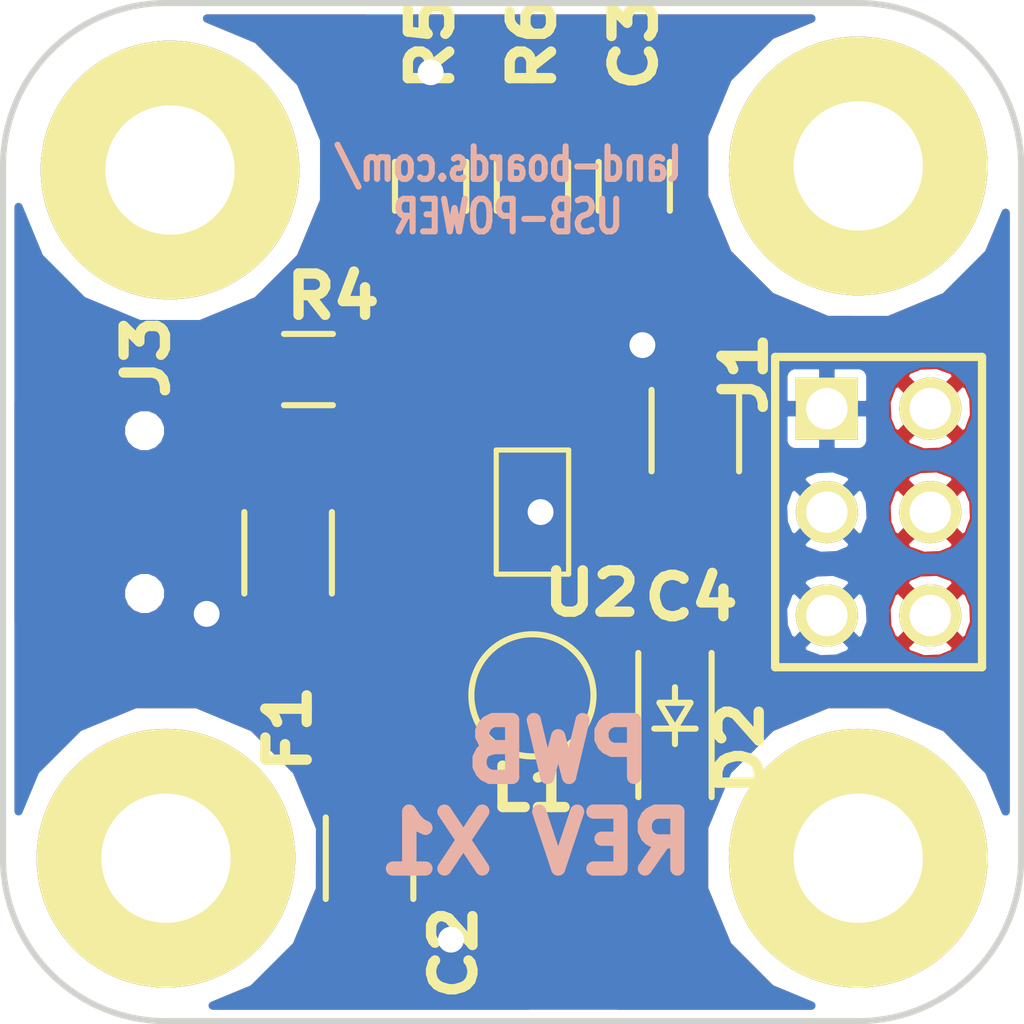
<source format=kicad_pcb>
(kicad_pcb (version 4) (host pcbnew "(after 2015-mar-04 BZR unknown)-product")

  (general
    (links 24)
    (no_connects 0)
    (area -6.700428 -2.858 25.869543 25.075001)
    (thickness 1.6)
    (drawings 10)
    (tracks 27)
    (zones 0)
    (modules 16)
    (nets 8)
  )

  (page A)
  (title_block
    (title "One Wire Data Logger")
    (rev X1)
  )

  (layers
    (0 F.Cu signal)
    (31 B.Cu signal)
    (36 B.SilkS user)
    (37 F.SilkS user)
    (38 B.Mask user)
    (39 F.Mask user)
    (40 Dwgs.User user)
    (44 Edge.Cuts user)
  )

  (setup
    (last_trace_width 0.254)
    (user_trace_width 0.2032)
    (user_trace_width 0.635)
    (trace_clearance 0.254)
    (zone_clearance 0.2032)
    (zone_45_only no)
    (trace_min 0.1524)
    (segment_width 0.2)
    (edge_width 0.15)
    (via_size 0.889)
    (via_drill 0.635)
    (via_min_size 0.889)
    (via_min_drill 0.508)
    (uvia_size 0.508)
    (uvia_drill 0.127)
    (uvias_allowed no)
    (uvia_min_size 0.508)
    (uvia_min_drill 0.127)
    (pcb_text_width 0.3)
    (pcb_text_size 1 1)
    (mod_edge_width 0.15)
    (mod_text_size 1.143 1.016)
    (mod_text_width 0.254)
    (pad_size 6.35 6.35)
    (pad_drill 3.175)
    (pad_to_mask_clearance 0.1016)
    (aux_axis_origin 0 0)
    (visible_elements 7FFFFF5F)
    (pcbplotparams
      (layerselection 0x010f0_80000001)
      (usegerberextensions true)
      (excludeedgelayer true)
      (linewidth 0.150000)
      (plotframeref false)
      (viasonmask false)
      (mode 1)
      (useauxorigin false)
      (hpglpennumber 1)
      (hpglpenspeed 20)
      (hpglpendiameter 15)
      (hpglpenoverlay 2)
      (psnegative false)
      (psa4output false)
      (plotreference true)
      (plotvalue true)
      (plotinvisibletext false)
      (padsonsilk false)
      (subtractmaskfromsilk false)
      (outputformat 1)
      (mirror false)
      (drillshape 0)
      (scaleselection 1)
      (outputdirectory plots/))
  )

  (net 0 "")
  (net 1 "/5V Power Supply/+5VOUT")
  (net 2 GND)
  (net 3 "Net-(C3-Pad1)")
  (net 4 "Net-(F1-Pad1)")
  (net 5 "/5V Power Supply/VFB")
  (net 6 /USB/+5VUSB)
  (net 7 "Net-(R4-Pad2)")

  (net_class Default "This is the default net class."
    (clearance 0.254)
    (trace_width 0.254)
    (via_dia 0.889)
    (via_drill 0.635)
    (uvia_dia 0.508)
    (uvia_drill 0.127)
    (add_net "/5V Power Supply/+5VOUT")
    (add_net "/5V Power Supply/VFB")
    (add_net /USB/+5VUSB)
    (add_net GND)
    (add_net "Net-(C3-Pad1)")
    (add_net "Net-(F1-Pad1)")
    (add_net "Net-(R4-Pad2)")
  )

  (module DougsNewMods:USB_Micro-B-Wellco-SMT (layer F.Cu) (tedit 56C3876F) (tstamp 567EE9F4)
    (at 4 12.5 270)
    (descr "Micro USB Type B Receptacle")
    (tags "USB USB_B USB_micro USB_OTG")
    (path /53C9C2FF/567EEACC)
    (clearance 0.1524)
    (attr smd)
    (fp_text reference J3 (at -3.808 0.481 270) (layer F.SilkS)
      (effects (font (size 1.016 1.143) (thickness 0.254)))
    )
    (fp_text value USB-MICRO-B (at 0 4.8 270) (layer Dwgs.User) hide
      (effects (font (size 1 1) (thickness 0.15)))
    )
    (pad 1 smd rect (at -1.3 -0.4 270) (size 0.4 1.8) (layers F.Cu F.Mask)
      (net 4 "Net-(F1-Pad1)"))
    (pad 2 smd rect (at -0.65 -0.4 270) (size 0.4 1.8) (layers F.Cu F.Mask))
    (pad 3 smd rect (at 0 -0.4 270) (size 0.4 1.8) (layers F.Cu F.Mask))
    (pad 4 smd rect (at 0.65 -0.4 270) (size 0.4 1.8) (layers F.Cu F.Mask))
    (pad 5 smd rect (at 1.3 -0.4 270) (size 0.4 1.8) (layers F.Cu F.Mask)
      (net 2 GND))
    (pad "" np_thru_hole circle (at -2 0.525) (size 0.55 0.55) (drill 0.55) (layers *.Cu *.Mask F.SilkS))
    (pad "" np_thru_hole circle (at 2 0.525) (size 0.55 0.55) (drill oval 0.55) (layers *.Cu *.Mask F.SilkS))
    (pad 7 smd rect (at -3.95 2.625) (size 1.9 1.9) (layers F.Cu F.Mask))
    (pad 6 smd rect (at 3.95 2.625) (size 1.9 1.9) (layers F.Cu F.Mask))
  )

  (module SOT23-5 (layer F.Cu) (tedit 567F338E) (tstamp 517EB80B)
    (at 13 12.5 90)
    (path /517C5DAF/517C7898)
    (attr smd)
    (fp_text reference U2 (at -1.989 1.453 180) (layer F.SilkS)
      (effects (font (size 1.016 1.143) (thickness 0.254)))
    )
    (fp_text value LMR62014 (at 0 0 90) (layer F.SilkS) hide
      (effects (font (size 0.635 0.635) (thickness 0.127)))
    )
    (fp_line (start 1.524 -0.889) (end 1.524 0.889) (layer F.SilkS) (width 0.127))
    (fp_line (start 1.524 0.889) (end -1.524 0.889) (layer F.SilkS) (width 0.127))
    (fp_line (start -1.524 0.889) (end -1.524 -0.889) (layer F.SilkS) (width 0.127))
    (fp_line (start -1.524 -0.889) (end 1.524 -0.889) (layer F.SilkS) (width 0.127))
    (pad 1 smd rect (at -0.9525 1.27 90) (size 0.508 0.762) (layers F.Cu F.Mask)
      (net 5 "/5V Power Supply/VFB"))
    (pad 3 smd rect (at 0.9525 1.27 90) (size 0.508 0.762) (layers F.Cu F.Mask)
      (net 3 "Net-(C3-Pad1)"))
    (pad 5 smd rect (at -0.9525 -1.27 90) (size 0.508 0.762) (layers F.Cu F.Mask)
      (net 6 /USB/+5VUSB))
    (pad 2 smd rect (at 0 1.27 90) (size 0.508 0.762) (layers F.Cu F.Mask)
      (net 2 GND))
    (pad 4 smd rect (at 0.9525 -1.27 90) (size 0.508 0.762) (layers F.Cu F.Mask)
      (net 7 "Net-(R4-Pad2)"))
    (model smd/SOT23_5.wrl
      (at (xyz 0 0 0))
      (scale (xyz 0.1 0.1 0.1))
      (rotate (xyz 0 0 0))
    )
  )

  (module MTG-4-40 (layer F.Cu) (tedit 540CB4BD) (tstamp 540CB231)
    (at 4 4)
    (path /51830500)
    (fp_text reference MTG1 (at -6.858 -0.635) (layer F.SilkS) hide
      (effects (font (size 1.016 1.143) (thickness 0.254)))
    )
    (fp_text value CONN_1 (at 0 -5.08) (layer F.SilkS) hide
      (effects (font (thickness 0.3048)))
    )
    (pad 1 thru_hole circle (at 0.1 0.1) (size 6.35 6.35) (drill 3.175) (layers *.Cu *.Mask F.SilkS)
      (clearance 0.508))
  )

  (module MTG-4-40 (layer F.Cu) (tedit 56C38F4E) (tstamp 517C7754)
    (at 4 21)
    (path /5183051E)
    (fp_text reference MTG3 (at -6.858 -0.635) (layer F.SilkS) hide
      (effects (font (size 1.016 1.143) (thickness 0.254)))
    )
    (fp_text value CONN_1 (at 0 -5.08) (layer F.SilkS) hide
      (effects (font (thickness 0.3048)))
    )
    (pad 1 thru_hole circle (at 0 0) (size 6.35 6.35) (drill 3.175) (layers *.Cu *.Mask F.SilkS)
      (clearance 0.508))
  )

  (module MTG-4-40 (layer F.Cu) (tedit 56C38951) (tstamp 53C9C386)
    (at 21 21)
    (path /5183050F)
    (fp_text reference MTG2 (at -6.858 -0.635) (layer F.SilkS) hide
      (effects (font (size 1.016 1.143) (thickness 0.254)))
    )
    (fp_text value CONN_1 (at 0 -5.08) (layer F.SilkS) hide
      (effects (font (thickness 0.3048)))
    )
    (pad 1 thru_hole circle (at 0 0) (size 6.35 6.35) (drill 3.175) (layers *.Cu *.Mask F.SilkS)
      (clearance 0.508))
  )

  (module MTG-4-40 (layer F.Cu) (tedit 56C38F1D) (tstamp 53C9C38B)
    (at 21 4)
    (path /5183052D)
    (fp_text reference MTG4 (at -6.858 -0.635) (layer F.SilkS) hide
      (effects (font (size 1.016 1.143) (thickness 0.254)))
    )
    (fp_text value CONN_1 (at 0 -5.08) (layer F.SilkS) hide
      (effects (font (thickness 0.3048)))
    )
    (pad 1 thru_hole circle (at 0 0) (size 6.35 6.35) (drill 3.175) (layers *.Cu *.Mask F.SilkS)
      (clearance 0.508))
  )

  (module PIN_ARRAY_3X2 (layer F.Cu) (tedit 56C38D91) (tstamp 53EF7D4F)
    (at 21.5 12.5 270)
    (descr "Double rangee de contacts 2 x 4 pins")
    (tags CONN)
    (path /54A94CB7)
    (fp_text reference J1 (at -3.4 3.3 450) (layer F.SilkS)
      (effects (font (size 1.016 1.143) (thickness 0.254)))
    )
    (fp_text value CONN_3X2 (at 0 3.81 270) (layer F.SilkS) hide
      (effects (font (size 1.016 1.016) (thickness 0.2032)))
    )
    (fp_line (start 3.81 2.54) (end -3.81 2.54) (layer F.SilkS) (width 0.2032))
    (fp_line (start -3.81 -2.54) (end 3.81 -2.54) (layer F.SilkS) (width 0.2032))
    (fp_line (start 3.81 -2.54) (end 3.81 2.54) (layer F.SilkS) (width 0.2032))
    (fp_line (start -3.81 2.54) (end -3.81 -2.54) (layer F.SilkS) (width 0.2032))
    (pad 1 thru_hole rect (at -2.54 1.27 270) (size 1.524 1.524) (drill 1.016) (layers *.Cu *.Mask F.SilkS)
      (net 2 GND))
    (pad 2 thru_hole circle (at -2.54 -1.27 270) (size 1.524 1.524) (drill 1.016) (layers *.Cu *.Mask F.SilkS)
      (net 1 "/5V Power Supply/+5VOUT"))
    (pad 3 thru_hole circle (at 0 1.27 270) (size 1.524 1.524) (drill 1.016) (layers *.Cu *.Mask F.SilkS)
      (net 2 GND))
    (pad 4 thru_hole circle (at 0 -1.27 270) (size 1.524 1.524) (drill 1.016) (layers *.Cu *.Mask F.SilkS)
      (net 1 "/5V Power Supply/+5VOUT"))
    (pad 5 thru_hole circle (at 2.54 1.27 270) (size 1.524 1.524) (drill 1.016) (layers *.Cu *.Mask F.SilkS)
      (net 2 GND))
    (pad 6 thru_hole circle (at 2.54 -1.27 270) (size 1.524 1.524) (drill 1.016) (layers *.Cu *.Mask F.SilkS)
      (net 1 "/5V Power Supply/+5VOUT"))
    (model pin_array/pins_array_3x2.wrl
      (at (xyz 0 0 0))
      (scale (xyz 1 1 1))
      (rotate (xyz 0 0 0))
    )
  )

  (module Resistors_SMD:R_1206_HandSoldering (layer F.Cu) (tedit 56C38AEB) (tstamp 567D9277)
    (at 9 21 270)
    (descr "Resistor SMD 1206, hand soldering")
    (tags "resistor 1206")
    (path /517C5DAF/517C78BC)
    (attr smd)
    (fp_text reference C2 (at 2.32 -2.07 450) (layer F.SilkS)
      (effects (font (size 1.016 1.143) (thickness 0.254)))
    )
    (fp_text value 4.7uF (at 0 2.3 270) (layer F.SilkS) hide
      (effects (font (size 1 1) (thickness 0.15)))
    )
    (fp_line (start -3.3 -1.2) (end 3.3 -1.2) (layer F.CrtYd) (width 0.05))
    (fp_line (start -3.3 1.2) (end 3.3 1.2) (layer F.CrtYd) (width 0.05))
    (fp_line (start -3.3 -1.2) (end -3.3 1.2) (layer F.CrtYd) (width 0.05))
    (fp_line (start 3.3 -1.2) (end 3.3 1.2) (layer F.CrtYd) (width 0.05))
    (fp_line (start 1 1.075) (end -1 1.075) (layer F.SilkS) (width 0.15))
    (fp_line (start -1 -1.075) (end 1 -1.075) (layer F.SilkS) (width 0.15))
    (pad 1 smd rect (at -2 0 270) (size 2 1.7) (layers F.Cu F.Mask)
      (net 6 /USB/+5VUSB))
    (pad 2 smd rect (at 2 0 270) (size 2 1.7) (layers F.Cu F.Mask)
      (net 2 GND))
    (model Resistors_SMD.3dshapes/R_1206_HandSoldering.wrl
      (at (xyz 0 0 0))
      (scale (xyz 1 1 1))
      (rotate (xyz 0 0 0))
    )
  )

  (module Resistors_SMD:R_1206_HandSoldering (layer F.Cu) (tedit 56C38D5A) (tstamp 567D9278)
    (at 17 10.5 90)
    (descr "Resistor SMD 1206, hand soldering")
    (tags "resistor 1206")
    (path /517C5DAF/517C7D72)
    (attr smd)
    (fp_text reference C4 (at -4.1 -0.1 180) (layer F.SilkS)
      (effects (font (size 1.016 1.143) (thickness 0.254)))
    )
    (fp_text value 4.7uF (at 0 2.3 90) (layer F.SilkS) hide
      (effects (font (size 1 1) (thickness 0.15)))
    )
    (fp_line (start -3.3 -1.2) (end 3.3 -1.2) (layer F.CrtYd) (width 0.05))
    (fp_line (start -3.3 1.2) (end 3.3 1.2) (layer F.CrtYd) (width 0.05))
    (fp_line (start -3.3 -1.2) (end -3.3 1.2) (layer F.CrtYd) (width 0.05))
    (fp_line (start 3.3 -1.2) (end 3.3 1.2) (layer F.CrtYd) (width 0.05))
    (fp_line (start 1 1.075) (end -1 1.075) (layer F.SilkS) (width 0.15))
    (fp_line (start -1 -1.075) (end 1 -1.075) (layer F.SilkS) (width 0.15))
    (pad 1 smd rect (at -2 0 90) (size 2 1.7) (layers F.Cu F.Mask)
      (net 1 "/5V Power Supply/+5VOUT"))
    (pad 2 smd rect (at 2 0 90) (size 2 1.7) (layers F.Cu F.Mask)
      (net 2 GND))
    (model Resistors_SMD.3dshapes/R_1206_HandSoldering.wrl
      (at (xyz 0 0 0))
      (scale (xyz 1 1 1))
      (rotate (xyz 0 0 0))
    )
  )

  (module Resistors_SMD:R_0805_HandSoldering (layer F.Cu) (tedit 56C38C72) (tstamp 567D9283)
    (at 15.5 4.5 90)
    (descr "Resistor SMD 0805, hand soldering")
    (tags "resistor 0805")
    (path /517C5DAF/517C7F11)
    (attr smd)
    (fp_text reference C3 (at 3.5 0 270) (layer F.SilkS)
      (effects (font (size 1.016 1.143) (thickness 0.254)))
    )
    (fp_text value 680pF (at 0 2.1 90) (layer F.SilkS) hide
      (effects (font (size 1 1) (thickness 0.15)))
    )
    (fp_line (start -2.4 -1) (end 2.4 -1) (layer F.CrtYd) (width 0.05))
    (fp_line (start -2.4 1) (end 2.4 1) (layer F.CrtYd) (width 0.05))
    (fp_line (start -2.4 -1) (end -2.4 1) (layer F.CrtYd) (width 0.05))
    (fp_line (start 2.4 -1) (end 2.4 1) (layer F.CrtYd) (width 0.05))
    (fp_line (start 0.6 0.875) (end -0.6 0.875) (layer F.SilkS) (width 0.15))
    (fp_line (start -0.6 -0.875) (end 0.6 -0.875) (layer F.SilkS) (width 0.15))
    (pad 1 smd rect (at -1.35 0 90) (size 1.5 1.3) (layers F.Cu F.Mask)
      (net 3 "Net-(C3-Pad1)"))
    (pad 2 smd rect (at 1.35 0 90) (size 1.5 1.3) (layers F.Cu F.Mask)
      (net 1 "/5V Power Supply/+5VOUT"))
    (model Resistors_SMD.3dshapes/R_0805_HandSoldering.wrl
      (at (xyz 0 0 0))
      (scale (xyz 1 1 1))
      (rotate (xyz 0 0 0))
    )
  )

  (module Resistors_SMD:R_0805_HandSoldering (layer F.Cu) (tedit 56C38B4A) (tstamp 567D928E)
    (at 7.5 9)
    (descr "Resistor SMD 0805, hand soldering")
    (tags "resistor 0805")
    (path /517C5DAF/517C78A7)
    (attr smd)
    (fp_text reference R4 (at 0.6 -1.8 180) (layer F.SilkS)
      (effects (font (size 1.016 1.143) (thickness 0.254)))
    )
    (fp_text value 1M (at 0 2.1) (layer F.SilkS) hide
      (effects (font (size 1 1) (thickness 0.15)))
    )
    (fp_line (start -2.4 -1) (end 2.4 -1) (layer F.CrtYd) (width 0.05))
    (fp_line (start -2.4 1) (end 2.4 1) (layer F.CrtYd) (width 0.05))
    (fp_line (start -2.4 -1) (end -2.4 1) (layer F.CrtYd) (width 0.05))
    (fp_line (start 2.4 -1) (end 2.4 1) (layer F.CrtYd) (width 0.05))
    (fp_line (start 0.6 0.875) (end -0.6 0.875) (layer F.SilkS) (width 0.15))
    (fp_line (start -0.6 -0.875) (end 0.6 -0.875) (layer F.SilkS) (width 0.15))
    (pad 1 smd rect (at -1.35 0) (size 1.5 1.3) (layers F.Cu F.Mask)
      (net 6 /USB/+5VUSB))
    (pad 2 smd rect (at 1.35 0) (size 1.5 1.3) (layers F.Cu F.Mask)
      (net 7 "Net-(R4-Pad2)"))
    (model Resistors_SMD.3dshapes/R_0805_HandSoldering.wrl
      (at (xyz 0 0 0))
      (scale (xyz 1 1 1))
      (rotate (xyz 0 0 0))
    )
  )

  (module Resistors_SMD:R_0805_HandSoldering (layer F.Cu) (tedit 56C38C69) (tstamp 567D9299)
    (at 10.5 4.5 90)
    (descr "Resistor SMD 0805, hand soldering")
    (tags "resistor 0805")
    (path /517C5DAF/517C7E46)
    (attr smd)
    (fp_text reference R5 (at 3.5 0 90) (layer F.SilkS)
      (effects (font (size 1.016 1.143) (thickness 0.254)))
    )
    (fp_text value 1K (at 0 2.1 90) (layer F.SilkS) hide
      (effects (font (size 1 1) (thickness 0.15)))
    )
    (fp_line (start -2.4 -1) (end 2.4 -1) (layer F.CrtYd) (width 0.05))
    (fp_line (start -2.4 1) (end 2.4 1) (layer F.CrtYd) (width 0.05))
    (fp_line (start -2.4 -1) (end -2.4 1) (layer F.CrtYd) (width 0.05))
    (fp_line (start 2.4 -1) (end 2.4 1) (layer F.CrtYd) (width 0.05))
    (fp_line (start 0.6 0.875) (end -0.6 0.875) (layer F.SilkS) (width 0.15))
    (fp_line (start -0.6 -0.875) (end 0.6 -0.875) (layer F.SilkS) (width 0.15))
    (pad 1 smd rect (at -1.35 0 90) (size 1.5 1.3) (layers F.Cu F.Mask)
      (net 3 "Net-(C3-Pad1)"))
    (pad 2 smd rect (at 1.35 0 90) (size 1.5 1.3) (layers F.Cu F.Mask)
      (net 2 GND))
    (model Resistors_SMD.3dshapes/R_0805_HandSoldering.wrl
      (at (xyz 0 0 0))
      (scale (xyz 1 1 1))
      (rotate (xyz 0 0 0))
    )
  )

  (module Resistors_SMD:R_0805_HandSoldering (layer F.Cu) (tedit 56C38C6C) (tstamp 567D92A4)
    (at 13 4.5 90)
    (descr "Resistor SMD 0805, hand soldering")
    (tags "resistor 0805")
    (path /517C5DAF/517C7E37)
    (attr smd)
    (fp_text reference R6 (at 3.5 0 270) (layer F.SilkS)
      (effects (font (size 1.016 1.143) (thickness 0.254)))
    )
    (fp_text value 3.09K (at 0 2.1 90) (layer F.SilkS) hide
      (effects (font (size 1 1) (thickness 0.15)))
    )
    (fp_line (start -2.4 -1) (end 2.4 -1) (layer F.CrtYd) (width 0.05))
    (fp_line (start -2.4 1) (end 2.4 1) (layer F.CrtYd) (width 0.05))
    (fp_line (start -2.4 -1) (end -2.4 1) (layer F.CrtYd) (width 0.05))
    (fp_line (start 2.4 -1) (end 2.4 1) (layer F.CrtYd) (width 0.05))
    (fp_line (start 0.6 0.875) (end -0.6 0.875) (layer F.SilkS) (width 0.15))
    (fp_line (start -0.6 -0.875) (end 0.6 -0.875) (layer F.SilkS) (width 0.15))
    (pad 1 smd rect (at -1.35 0 90) (size 1.5 1.3) (layers F.Cu F.Mask)
      (net 3 "Net-(C3-Pad1)"))
    (pad 2 smd rect (at 1.35 0 90) (size 1.5 1.3) (layers F.Cu F.Mask)
      (net 1 "/5V Power Supply/+5VOUT"))
    (model Resistors_SMD.3dshapes/R_0805_HandSoldering.wrl
      (at (xyz 0 0 0))
      (scale (xyz 1 1 1))
      (rotate (xyz 0 0 0))
    )
  )

  (module DougsNewMods:SOD-123-FIXED (layer F.Cu) (tedit 56C38B56) (tstamp 567F0A81)
    (at 16.5 17.5 90)
    (descr SOD-123)
    (tags SOD-123)
    (path /517C5DAF/517C7D22)
    (attr smd)
    (fp_text reference D2 (at -0.8 1.6 90) (layer F.SilkS)
      (effects (font (size 1.016 1.143) (thickness 0.254)))
    )
    (fp_text value MBR0520LT1G (at 0 2.1 90) (layer F.SilkS) hide
      (effects (font (size 1 1) (thickness 0.15)))
    )
    (fp_line (start 0.3175 0) (end 0.6985 0) (layer F.SilkS) (width 0.15))
    (fp_line (start -0.6985 0) (end -0.3175 0) (layer F.SilkS) (width 0.15))
    (fp_line (start -0.3175 0) (end 0.3175 -0.381) (layer F.SilkS) (width 0.15))
    (fp_line (start 0.3175 -0.381) (end 0.3175 0.381) (layer F.SilkS) (width 0.15))
    (fp_line (start 0.3175 0.381) (end -0.3175 0) (layer F.SilkS) (width 0.15))
    (fp_line (start -0.3175 -0.508) (end -0.3175 0.508) (layer F.SilkS) (width 0.15))
    (fp_line (start -2.25 -1.05) (end 2.25 -1.05) (layer F.CrtYd) (width 0.05))
    (fp_line (start 2.25 -1.05) (end 2.25 1.05) (layer F.CrtYd) (width 0.05))
    (fp_line (start 2.25 1.05) (end -2.25 1.05) (layer F.CrtYd) (width 0.05))
    (fp_line (start -2.25 -1.05) (end -2.25 1.05) (layer F.CrtYd) (width 0.05))
    (fp_line (start -2 0.9) (end 1.54 0.9) (layer F.SilkS) (width 0.15))
    (fp_line (start -2 -0.9) (end 1.54 -0.9) (layer F.SilkS) (width 0.15))
    (pad 2 smd rect (at -1.635 0 90) (size 0.91 1.22) (layers F.Cu F.Mask)
      (net 1 "/5V Power Supply/+5VOUT"))
    (pad 1 smd rect (at 1.635 0 90) (size 0.91 1.22) (layers F.Cu F.Mask)
      (net 5 "/5V Power Supply/VFB"))
  )

  (module Resistors_SMD:R_1206_HandSoldering (layer F.Cu) (tedit 56C3870E) (tstamp 567F475F)
    (at 7 13.5 270)
    (descr "Resistor SMD 1206, hand soldering")
    (tags "resistor 1206")
    (path /53C9C2FF/53EF87F2)
    (attr smd)
    (fp_text reference F1 (at 4.318 0 270) (layer F.SilkS)
      (effects (font (size 1.016 1.143) (thickness 0.254)))
    )
    (fp_text value FUSE (at 0 2.3 270) (layer F.SilkS) hide
      (effects (font (size 1 1) (thickness 0.15)))
    )
    (fp_line (start -3.3 -1.2) (end 3.3 -1.2) (layer F.CrtYd) (width 0.05))
    (fp_line (start -3.3 1.2) (end 3.3 1.2) (layer F.CrtYd) (width 0.05))
    (fp_line (start -3.3 -1.2) (end -3.3 1.2) (layer F.CrtYd) (width 0.05))
    (fp_line (start 3.3 -1.2) (end 3.3 1.2) (layer F.CrtYd) (width 0.05))
    (fp_line (start 1 1.075) (end -1 1.075) (layer F.SilkS) (width 0.15))
    (fp_line (start -1 -1.075) (end 1 -1.075) (layer F.SilkS) (width 0.15))
    (pad 1 smd rect (at -2 0 270) (size 2 1.7) (layers F.Cu F.Mask)
      (net 4 "Net-(F1-Pad1)"))
    (pad 2 smd rect (at 2 0 270) (size 2 1.7) (layers F.Cu F.Mask)
      (net 6 /USB/+5VUSB))
    (model Resistors_SMD.3dshapes/R_1206_HandSoldering.wrl
      (at (xyz 0 0 0))
      (scale (xyz 1 1 1))
      (rotate (xyz 0 0 0))
    )
  )

  (module dougsLib:IND-3MM (layer F.Cu) (tedit 56C3885F) (tstamp 567F476A)
    (at 13 17)
    (path /517C5DAF/517C78F4)
    (fp_text reference L1 (at 0 2.286) (layer F.SilkS)
      (effects (font (size 1.016 1.143) (thickness 0.254)))
    )
    (fp_text value 10uH (at 0.24892 -4.50088) (layer F.SilkS) hide
      (effects (font (thickness 0.3048)))
    )
    (fp_circle (center 0 0) (end 1.5 0) (layer F.SilkS) (width 0.15))
    (pad 1 smd rect (at -1.2 0) (size 1.2 2.7) (layers F.Cu F.Mask)
      (net 6 /USB/+5VUSB))
    (pad 2 smd rect (at 1.2 0) (size 1.2 2.7) (layers F.Cu F.Mask)
      (net 5 "/5V Power Supply/VFB"))
  )

  (gr_line (start 0 21) (end 0 4) (angle 90) (layer Edge.Cuts) (width 0.15))
  (gr_line (start 21 25) (end 4 25) (angle 90) (layer Edge.Cuts) (width 0.15))
  (gr_line (start 25 4) (end 25 21) (angle 90) (layer Edge.Cuts) (width 0.15))
  (gr_line (start 4 0) (end 21 0) (angle 90) (layer Edge.Cuts) (width 0.15))
  (gr_arc (start 4 21) (end 4 25) (angle 90) (layer Edge.Cuts) (width 0.15))
  (gr_arc (start 21 21) (end 25 21) (angle 90) (layer Edge.Cuts) (width 0.15))
  (gr_arc (start 21 4) (end 21 0) (angle 90) (layer Edge.Cuts) (width 0.15))
  (gr_arc (start 4 4) (end 0 4) (angle 90) (layer Edge.Cuts) (width 0.15))
  (gr_text "PWB \nREV X1" (at 13.1 19.5) (layer B.SilkS)
    (effects (font (size 1.397 1.397) (thickness 0.34925)) (justify mirror))
  )
  (gr_text "land-boards.com/\nUSB-POWER" (at 12.4 4.6) (layer B.SilkS)
    (effects (font (size 0.8 0.6) (thickness 0.15)) (justify mirror))
  )

  (segment (start 17 8.5) (end 15.8 8.5) (width 0.254) (layer F.Cu) (net 2))
  (via (at 15.7 8.4) (size 0.889) (layers F.Cu B.Cu) (net 2))
  (segment (start 15.8 8.5) (end 15.7 8.4) (width 0.254) (layer F.Cu) (net 2) (tstamp 56C39215))
  (segment (start 10.5 3.15) (end 10.5 1.7) (width 0.254) (layer F.Cu) (net 2))
  (via (at 10.5 1.7) (size 0.889) (layers F.Cu B.Cu) (net 2))
  (segment (start 14.27 12.5) (end 13.2 12.5) (width 0.254) (layer F.Cu) (net 2))
  (via (at 13.2 12.5) (size 0.889) (layers F.Cu B.Cu) (net 2))
  (segment (start 9 23) (end 11 23) (width 0.254) (layer F.Cu) (net 2))
  (via (at 11 23) (size 0.889) (layers F.Cu B.Cu) (net 2))
  (segment (start 4.4 13.8) (end 4.4 14.4) (width 0.254) (layer F.Cu) (net 2))
  (via (at 5 15) (size 0.889) (layers F.Cu B.Cu) (net 2))
  (segment (start 4.4 14.4) (end 5 15) (width 0.254) (layer F.Cu) (net 2) (tstamp 56C3917D))
  (segment (start 14.27 11.5475) (end 14.27 9.27) (width 0.254) (layer F.Cu) (net 3))
  (segment (start 13 8) (end 13 5.85) (width 0.254) (layer F.Cu) (net 3) (tstamp 56C39198))
  (segment (start 14.27 9.27) (end 13 8) (width 0.254) (layer F.Cu) (net 3) (tstamp 56C39195))
  (segment (start 13 5.85) (end 15.5 5.85) (width 0.254) (layer F.Cu) (net 3))
  (segment (start 10.5 5.85) (end 13 5.85) (width 0.254) (layer F.Cu) (net 3))
  (segment (start 4.4 11.2) (end 6.7 11.2) (width 0.254) (layer F.Cu) (net 4))
  (segment (start 6.7 11.2) (end 7 11.5) (width 0.254) (layer F.Cu) (net 4) (tstamp 56C3917A))
  (segment (start 16.5 15.865) (end 16.5 16.5) (width 0.254) (layer F.Cu) (net 5))
  (segment (start 16 17) (end 14.2 17) (width 0.254) (layer F.Cu) (net 5) (tstamp 56C39205))
  (segment (start 16.5 16.5) (end 16 17) (width 0.254) (layer F.Cu) (net 5) (tstamp 56C39204))
  (segment (start 14.27 13.4525) (end 14.27 16.93) (width 0.254) (layer F.Cu) (net 5))
  (segment (start 14.27 16.93) (end 14.2 17) (width 0.254) (layer F.Cu) (net 5) (tstamp 56C39201))
  (segment (start 11.73 11.5475) (end 11.73 10.73) (width 0.254) (layer F.Cu) (net 7))
  (segment (start 10 9) (end 8.85 9) (width 0.254) (layer F.Cu) (net 7) (tstamp 56C3920D))
  (segment (start 11.73 10.73) (end 10 9) (width 0.254) (layer F.Cu) (net 7) (tstamp 56C3920C))

  (zone (net 2) (net_name GND) (layer B.Cu) (tstamp 56C390E6) (hatch edge 0.508)
    (connect_pads (clearance 0.2032))
    (min_thickness 0.2032)
    (fill yes (arc_segments 16) (thermal_gap 0.2032) (thermal_bridge_width 0.381))
    (polygon
      (pts
        (xy 4 0) (xy 21 0) (xy 25 4) (xy 25 21) (xy 21 25)
        (xy 4 25) (xy 0 21) (xy 0 4)
      )
    )
    (filled_polygon
      (pts
        (xy 24.6202 19.851033) (xy 24.210299 18.858997) (xy 23.887793 18.535927) (xy 23.887793 14.818671) (xy 23.887793 12.278671)
        (xy 23.887793 9.738671) (xy 23.718008 9.327758) (xy 23.403896 9.013097) (xy 22.99328 8.842594) (xy 22.548671 8.842207)
        (xy 22.137758 9.011992) (xy 21.823097 9.326104) (xy 21.652594 9.73672) (xy 21.652207 10.181329) (xy 21.821992 10.592242)
        (xy 22.136104 10.906903) (xy 22.54672 11.077406) (xy 22.991329 11.077793) (xy 23.402242 10.908008) (xy 23.716903 10.593896)
        (xy 23.887406 10.18328) (xy 23.887793 9.738671) (xy 23.887793 12.278671) (xy 23.718008 11.867758) (xy 23.403896 11.553097)
        (xy 22.99328 11.382594) (xy 22.548671 11.382207) (xy 22.137758 11.551992) (xy 21.823097 11.866104) (xy 21.652594 12.27672)
        (xy 21.652207 12.721329) (xy 21.821992 13.132242) (xy 22.136104 13.446903) (xy 22.54672 13.617406) (xy 22.991329 13.617793)
        (xy 23.402242 13.448008) (xy 23.716903 13.133896) (xy 23.887406 12.72328) (xy 23.887793 12.278671) (xy 23.887793 14.818671)
        (xy 23.718008 14.407758) (xy 23.403896 14.093097) (xy 22.99328 13.922594) (xy 22.548671 13.922207) (xy 22.137758 14.091992)
        (xy 21.823097 14.406104) (xy 21.652594 14.81672) (xy 21.652207 15.261329) (xy 21.821992 15.672242) (xy 22.136104 15.986903)
        (xy 22.54672 16.157406) (xy 22.991329 16.157793) (xy 23.402242 15.988008) (xy 23.716903 15.673896) (xy 23.887406 15.26328)
        (xy 23.887793 14.818671) (xy 23.887793 18.535927) (xy 23.146603 17.793443) (xy 21.756106 17.216058) (xy 21.304861 17.215664)
        (xy 21.304861 15.206625) (xy 21.304861 12.666625) (xy 21.2968 12.477304) (xy 21.2968 10.782628) (xy 21.2968 10.1251)
        (xy 21.2968 9.7949) (xy 21.2968 9.137372) (xy 21.250397 9.025345) (xy 21.164656 8.939603) (xy 21.052629 8.8932)
        (xy 20.931372 8.8932) (xy 20.3951 8.8932) (xy 20.3189 8.9694) (xy 20.3189 9.8711) (xy 21.2206 9.8711)
        (xy 21.2968 9.7949) (xy 21.2968 10.1251) (xy 21.2206 10.0489) (xy 20.3189 10.0489) (xy 20.3189 10.9506)
        (xy 20.3951 11.0268) (xy 20.931372 11.0268) (xy 21.052629 11.0268) (xy 21.164656 10.980397) (xy 21.250397 10.894655)
        (xy 21.2968 10.782628) (xy 21.2968 12.477304) (xy 21.286807 12.24261) (xy 21.159278 11.934727) (xy 21.005333 11.850391)
        (xy 20.879609 11.976115) (xy 20.879609 11.724667) (xy 20.795273 11.570722) (xy 20.396625 11.425139) (xy 20.1411 11.436018)
        (xy 20.1411 10.9506) (xy 20.1411 10.0489) (xy 20.1411 9.8711) (xy 20.1411 8.9694) (xy 20.0649 8.8932)
        (xy 19.528628 8.8932) (xy 19.407371 8.8932) (xy 19.295344 8.939603) (xy 19.209603 9.025345) (xy 19.1632 9.137372)
        (xy 19.1632 9.7949) (xy 19.2394 9.8711) (xy 20.1411 9.8711) (xy 20.1411 10.0489) (xy 19.2394 10.0489)
        (xy 19.1632 10.1251) (xy 19.1632 10.782628) (xy 19.209603 10.894655) (xy 19.295344 10.980397) (xy 19.407371 11.0268)
        (xy 19.528628 11.0268) (xy 20.0649 11.0268) (xy 20.1411 10.9506) (xy 20.1411 11.436018) (xy 19.97261 11.443193)
        (xy 19.664727 11.570722) (xy 19.580391 11.724667) (xy 20.23 12.374276) (xy 20.879609 11.724667) (xy 20.879609 11.976115)
        (xy 20.355724 12.5) (xy 21.005333 13.149609) (xy 21.159278 13.065273) (xy 21.304861 12.666625) (xy 21.304861 15.206625)
        (xy 21.286807 14.78261) (xy 21.159278 14.474727) (xy 21.005333 14.390391) (xy 20.879609 14.516115) (xy 20.879609 14.264667)
        (xy 20.879609 13.275333) (xy 20.23 12.625724) (xy 20.104276 12.751448) (xy 20.104276 12.5) (xy 19.454667 11.850391)
        (xy 19.300722 11.934727) (xy 19.155139 12.333375) (xy 19.173193 12.75739) (xy 19.300722 13.065273) (xy 19.454667 13.149609)
        (xy 20.104276 12.5) (xy 20.104276 12.751448) (xy 19.580391 13.275333) (xy 19.664727 13.429278) (xy 20.063375 13.574861)
        (xy 20.48739 13.556807) (xy 20.795273 13.429278) (xy 20.879609 13.275333) (xy 20.879609 14.264667) (xy 20.795273 14.110722)
        (xy 20.396625 13.965139) (xy 19.97261 13.983193) (xy 19.664727 14.110722) (xy 19.580391 14.264667) (xy 20.23 14.914276)
        (xy 20.879609 14.264667) (xy 20.879609 14.516115) (xy 20.355724 15.04) (xy 21.005333 15.689609) (xy 21.159278 15.605273)
        (xy 21.304861 15.206625) (xy 21.304861 17.215664) (xy 20.879609 17.215293) (xy 20.879609 15.815333) (xy 20.23 15.165724)
        (xy 20.104276 15.291448) (xy 20.104276 15.04) (xy 19.454667 14.390391) (xy 19.300722 14.474727) (xy 19.155139 14.873375)
        (xy 19.173193 15.29739) (xy 19.300722 15.605273) (xy 19.454667 15.689609) (xy 20.104276 15.04) (xy 20.104276 15.291448)
        (xy 19.580391 15.815333) (xy 19.664727 15.969278) (xy 20.063375 16.114861) (xy 20.48739 16.096807) (xy 20.795273 15.969278)
        (xy 20.879609 15.815333) (xy 20.879609 17.215293) (xy 20.250499 17.214744) (xy 18.858997 17.789701) (xy 17.793443 18.853397)
        (xy 17.216058 20.243894) (xy 17.214744 21.749501) (xy 17.789701 23.141003) (xy 18.853397 24.206557) (xy 19.849559 24.6202)
        (xy 5.148966 24.6202) (xy 6.141003 24.210299) (xy 7.206557 23.146603) (xy 7.783942 21.756106) (xy 7.785256 20.250499)
        (xy 7.210299 18.858997) (xy 6.146603 17.793443) (xy 4.756106 17.216058) (xy 4.0549 17.215446) (xy 4.0549 14.385177)
        (xy 4.0549 10.385177) (xy 3.966817 10.171999) (xy 3.803859 10.008756) (xy 3.590835 9.920301) (xy 3.360177 9.9201)
        (xy 3.146999 10.008183) (xy 2.983756 10.171141) (xy 2.895301 10.384165) (xy 2.8951 10.614823) (xy 2.983183 10.828001)
        (xy 3.146141 10.991244) (xy 3.359165 11.079699) (xy 3.589823 11.0799) (xy 3.803001 10.991817) (xy 3.966244 10.828859)
        (xy 4.054699 10.615835) (xy 4.0549 10.385177) (xy 4.0549 14.385177) (xy 3.966817 14.171999) (xy 3.803859 14.008756)
        (xy 3.590835 13.920301) (xy 3.360177 13.9201) (xy 3.146999 14.008183) (xy 2.983756 14.171141) (xy 2.895301 14.384165)
        (xy 2.8951 14.614823) (xy 2.983183 14.828001) (xy 3.146141 14.991244) (xy 3.359165 15.079699) (xy 3.589823 15.0799)
        (xy 3.803001 14.991817) (xy 3.966244 14.828859) (xy 4.054699 14.615835) (xy 4.0549 14.385177) (xy 4.0549 17.215446)
        (xy 3.250499 17.214744) (xy 1.858997 17.789701) (xy 0.793443 18.853397) (xy 0.3798 19.849559) (xy 0.3798 5.006948)
        (xy 0.889701 6.241003) (xy 1.953397 7.306557) (xy 3.343894 7.883942) (xy 4.849501 7.885256) (xy 6.241003 7.310299)
        (xy 7.306557 6.246603) (xy 7.883942 4.856106) (xy 7.885256 3.350499) (xy 7.310299 1.958997) (xy 6.246603 0.893443)
        (xy 5.009613 0.3798) (xy 19.851033 0.3798) (xy 18.858997 0.789701) (xy 17.793443 1.853397) (xy 17.216058 3.243894)
        (xy 17.214744 4.749501) (xy 17.789701 6.141003) (xy 18.853397 7.206557) (xy 20.243894 7.783942) (xy 21.749501 7.785256)
        (xy 23.141003 7.210299) (xy 24.206557 6.146603) (xy 24.6202 5.15044) (xy 24.6202 19.851033)
      )
    )
  )
  (zone (net 6) (net_name /USB/+5VUSB) (layer F.Cu) (tstamp 56C39149) (hatch edge 0.508)
    (connect_pads (clearance 0.2032))
    (min_thickness 0.2032)
    (fill yes (arc_segments 16) (thermal_gap 0.2032) (thermal_bridge_width 0.381))
    (polygon
      (pts
        (xy 0 4) (xy 4 0) (xy 9 0) (xy 9 12) (xy 13 12)
        (xy 13 25) (xy 4 25) (xy 0 20)
      )
    )
    (filled_polygon
      (pts
        (xy 12.8984 24.6202) (xy 12.7048 24.6202) (xy 12.7048 18.410629) (xy 12.7048 18.289372) (xy 12.7048 17.1651)
        (xy 12.7048 16.8349) (xy 12.7048 15.710628) (xy 12.7048 15.589371) (xy 12.658397 15.477344) (xy 12.572655 15.391603)
        (xy 12.460628 15.3452) (xy 12.4158 15.3452) (xy 12.4158 13.767128) (xy 12.4158 13.6176) (xy 12.4158 13.2874)
        (xy 12.4158 13.137872) (xy 12.369397 13.025845) (xy 12.283656 12.940103) (xy 12.171629 12.8937) (xy 12.050372 12.8937)
        (xy 11.8951 12.8937) (xy 11.8189 12.9699) (xy 11.8189 13.3636) (xy 12.3396 13.3636) (xy 12.4158 13.2874)
        (xy 12.4158 13.6176) (xy 12.3396 13.5414) (xy 11.8189 13.5414) (xy 11.8189 13.9351) (xy 11.8951 14.0113)
        (xy 12.050372 14.0113) (xy 12.171629 14.0113) (xy 12.283656 13.964897) (xy 12.369397 13.879155) (xy 12.4158 13.767128)
        (xy 12.4158 15.3452) (xy 11.9651 15.3452) (xy 11.8889 15.4214) (xy 11.8889 16.9111) (xy 12.6286 16.9111)
        (xy 12.7048 16.8349) (xy 12.7048 17.1651) (xy 12.6286 17.0889) (xy 11.8889 17.0889) (xy 11.8889 18.5786)
        (xy 11.9651 18.6548) (xy 12.460628 18.6548) (xy 12.572655 18.608397) (xy 12.658397 18.522656) (xy 12.7048 18.410629)
        (xy 12.7048 24.6202) (xy 11.800239 24.6202) (xy 11.800239 22.841548) (xy 11.7111 22.625816) (xy 11.7111 18.5786)
        (xy 11.7111 17.0889) (xy 11.7111 16.9111) (xy 11.7111 15.4214) (xy 11.6411 15.3514) (xy 11.6411 13.9351)
        (xy 11.6411 13.5414) (xy 11.6411 13.3636) (xy 11.6411 12.9699) (xy 11.5649 12.8937) (xy 11.409628 12.8937)
        (xy 11.288371 12.8937) (xy 11.176344 12.940103) (xy 11.090603 13.025845) (xy 11.0442 13.137872) (xy 11.0442 13.2874)
        (xy 11.1204 13.3636) (xy 11.6411 13.3636) (xy 11.6411 13.5414) (xy 11.1204 13.5414) (xy 11.0442 13.6176)
        (xy 11.0442 13.767128) (xy 11.090603 13.879155) (xy 11.176344 13.964897) (xy 11.288371 14.0113) (xy 11.409628 14.0113)
        (xy 11.5649 14.0113) (xy 11.6411 13.9351) (xy 11.6411 15.3514) (xy 11.6349 15.3452) (xy 11.139372 15.3452)
        (xy 11.027345 15.391603) (xy 10.941603 15.477344) (xy 10.8952 15.589371) (xy 10.8952 15.710628) (xy 10.8952 16.8349)
        (xy 10.9714 16.9111) (xy 11.7111 16.9111) (xy 11.7111 17.0889) (xy 10.9714 17.0889) (xy 10.8952 17.1651)
        (xy 10.8952 18.289372) (xy 10.8952 18.410629) (xy 10.941603 18.522656) (xy 11.027345 18.608397) (xy 11.139372 18.6548)
        (xy 11.6349 18.6548) (xy 11.7111 18.5786) (xy 11.7111 22.625816) (xy 11.678687 22.547372) (xy 11.453812 22.322104)
        (xy 11.159848 22.200039) (xy 10.841548 22.199761) (xy 10.547372 22.321313) (xy 10.350942 22.5174) (xy 10.212567 22.5174)
        (xy 10.212567 22) (xy 10.186259 21.864411) (xy 10.1548 21.81652) (xy 10.1548 20.060628) (xy 10.1548 19.1651)
        (xy 10.1548 18.8349) (xy 10.1548 17.939372) (xy 10.108397 17.827345) (xy 10.022656 17.741603) (xy 9.910629 17.6952)
        (xy 9.789372 17.6952) (xy 9.1651 17.6952) (xy 9.0889 17.7714) (xy 9.0889 18.9111) (xy 10.0786 18.9111)
        (xy 10.1548 18.8349) (xy 10.1548 19.1651) (xy 10.0786 19.0889) (xy 9.0889 19.0889) (xy 9.0889 20.2286)
        (xy 9.1651 20.3048) (xy 9.789372 20.3048) (xy 9.910629 20.3048) (xy 10.022656 20.258397) (xy 10.108397 20.172655)
        (xy 10.1548 20.060628) (xy 10.1548 21.81652) (xy 10.107977 21.745241) (xy 9.989799 21.665469) (xy 9.85 21.637433)
        (xy 8.9111 21.637433) (xy 8.9111 20.2286) (xy 8.9111 19.0889) (xy 8.9111 18.9111) (xy 8.9111 17.7714)
        (xy 8.8349 17.6952) (xy 8.212567 17.6952) (xy 8.212567 12.5) (xy 8.212567 10.5) (xy 8.186259 10.364411)
        (xy 8.107977 10.245241) (xy 7.989799 10.165469) (xy 7.85 10.137433) (xy 7.2048 10.137433) (xy 7.2048 9.710629)
        (xy 7.2048 9.589372) (xy 7.2048 9.1651) (xy 7.2048 8.8349) (xy 7.2048 8.410628) (xy 7.2048 8.289371)
        (xy 7.158397 8.177344) (xy 7.072655 8.091603) (xy 6.960628 8.0452) (xy 6.3151 8.0452) (xy 6.2389 8.1214)
        (xy 6.2389 8.9111) (xy 7.1286 8.9111) (xy 7.2048 8.8349) (xy 7.2048 9.1651) (xy 7.1286 9.0889)
        (xy 6.2389 9.0889) (xy 6.2389 9.8786) (xy 6.3151 9.9548) (xy 6.960628 9.9548) (xy 7.072655 9.908397)
        (xy 7.158397 9.822656) (xy 7.2048 9.710629) (xy 7.2048 10.137433) (xy 6.15 10.137433) (xy 6.0611 10.154682)
        (xy 6.0611 9.8786) (xy 6.0611 9.0889) (xy 6.0611 8.9111) (xy 6.0611 8.1214) (xy 5.9849 8.0452)
        (xy 5.339372 8.0452) (xy 5.227345 8.091603) (xy 5.141603 8.177344) (xy 5.0952 8.289371) (xy 5.0952 8.410628)
        (xy 5.0952 8.8349) (xy 5.1714 8.9111) (xy 6.0611 8.9111) (xy 6.0611 9.0889) (xy 5.1714 9.0889)
        (xy 5.0952 9.1651) (xy 5.0952 9.589372) (xy 5.0952 9.710629) (xy 5.141603 9.822656) (xy 5.227345 9.908397)
        (xy 5.339372 9.9548) (xy 5.9849 9.9548) (xy 6.0611 9.8786) (xy 6.0611 10.154682) (xy 6.014411 10.163741)
        (xy 5.895241 10.242023) (xy 5.815469 10.360201) (xy 5.787433 10.5) (xy 5.787433 10.7174) (xy 5.425961 10.7174)
        (xy 5.419827 10.713259) (xy 5.3 10.689229) (xy 4.024223 10.689229) (xy 4.054699 10.615835) (xy 4.0549 10.385177)
        (xy 3.966817 10.171999) (xy 3.803859 10.008756) (xy 3.590835 9.920301) (xy 3.360177 9.9201) (xy 3.146999 10.008183)
        (xy 2.983756 10.171141) (xy 2.895301 10.384165) (xy 2.8951 10.614823) (xy 2.983183 10.828001) (xy 3.146141 10.991244)
        (xy 3.189229 11.009135) (xy 3.189229 11.4) (xy 3.211778 11.516219) (xy 3.217153 11.524402) (xy 3.213259 11.530173)
        (xy 3.189229 11.65) (xy 3.189229 12.05) (xy 3.211778 12.166219) (xy 3.217153 12.174402) (xy 3.213259 12.180173)
        (xy 3.189229 12.3) (xy 3.189229 12.7) (xy 3.211778 12.816219) (xy 3.217153 12.824402) (xy 3.213259 12.830173)
        (xy 3.189229 12.95) (xy 3.189229 13.35) (xy 3.211778 13.466219) (xy 3.217153 13.474402) (xy 3.213259 13.480173)
        (xy 3.189229 13.6) (xy 3.189229 13.990733) (xy 3.146999 14.008183) (xy 2.983756 14.171141) (xy 2.895301 14.384165)
        (xy 2.8951 14.614823) (xy 2.983183 14.828001) (xy 3.146141 14.991244) (xy 3.359165 15.079699) (xy 3.589823 15.0799)
        (xy 3.803001 14.991817) (xy 3.966244 14.828859) (xy 4.024134 14.689443) (xy 4.05875 14.74125) (xy 4.200002 14.882502)
        (xy 4.199761 15.158452) (xy 4.321313 15.452628) (xy 4.546188 15.677896) (xy 4.840152 15.799961) (xy 5.158452 15.800239)
        (xy 5.452628 15.678687) (xy 5.677896 15.453812) (xy 5.799961 15.159848) (xy 5.800239 14.841548) (xy 5.678687 14.547372)
        (xy 5.453812 14.322104) (xy 5.386228 14.29404) (xy 5.416219 14.288222) (xy 5.518365 14.221123) (xy 5.586741 14.119827)
        (xy 5.610771 14) (xy 5.610771 13.6) (xy 5.588222 13.483781) (xy 5.582846 13.475597) (xy 5.586741 13.469827)
        (xy 5.610771 13.35) (xy 5.610771 12.95) (xy 5.588222 12.833781) (xy 5.582846 12.825597) (xy 5.586741 12.819827)
        (xy 5.610771 12.7) (xy 5.610771 12.3) (xy 5.588222 12.183781) (xy 5.582846 12.175597) (xy 5.586741 12.169827)
        (xy 5.610771 12.05) (xy 5.610771 11.6826) (xy 5.787433 11.6826) (xy 5.787433 12.5) (xy 5.813741 12.635589)
        (xy 5.892023 12.754759) (xy 6.010201 12.834531) (xy 6.15 12.862567) (xy 7.85 12.862567) (xy 7.985589 12.836259)
        (xy 8.104759 12.757977) (xy 8.184531 12.639799) (xy 8.212567 12.5) (xy 8.212567 17.6952) (xy 8.210628 17.6952)
        (xy 8.1548 17.6952) (xy 8.1548 16.560628) (xy 8.1548 15.6651) (xy 8.1548 15.3349) (xy 8.1548 14.439372)
        (xy 8.108397 14.327345) (xy 8.022656 14.241603) (xy 7.910629 14.1952) (xy 7.789372 14.1952) (xy 7.1651 14.1952)
        (xy 7.0889 14.2714) (xy 7.0889 15.4111) (xy 8.0786 15.4111) (xy 8.1548 15.3349) (xy 8.1548 15.6651)
        (xy 8.0786 15.5889) (xy 7.0889 15.5889) (xy 7.0889 16.7286) (xy 7.1651 16.8048) (xy 7.789372 16.8048)
        (xy 7.910629 16.8048) (xy 8.022656 16.758397) (xy 8.108397 16.672655) (xy 8.1548 16.560628) (xy 8.1548 17.6952)
        (xy 8.089371 17.6952) (xy 7.977344 17.741603) (xy 7.891603 17.827345) (xy 7.8452 17.939372) (xy 7.8452 18.8349)
        (xy 7.9214 18.9111) (xy 8.9111 18.9111) (xy 8.9111 19.0889) (xy 7.9214 19.0889) (xy 7.8452 19.1651)
        (xy 7.8452 20.060628) (xy 7.891603 20.172655) (xy 7.977344 20.258397) (xy 8.089371 20.3048) (xy 8.210628 20.3048)
        (xy 8.8349 20.3048) (xy 8.9111 20.2286) (xy 8.9111 21.637433) (xy 8.15 21.637433) (xy 8.014411 21.663741)
        (xy 7.895241 21.742023) (xy 7.815469 21.860201) (xy 7.787433 22) (xy 7.787433 24) (xy 7.813741 24.135589)
        (xy 7.892023 24.254759) (xy 8.010201 24.334531) (xy 8.15 24.362567) (xy 9.85 24.362567) (xy 9.985589 24.336259)
        (xy 10.104759 24.257977) (xy 10.184531 24.139799) (xy 10.212567 24) (xy 10.212567 23.4826) (xy 10.351232 23.4826)
        (xy 10.546188 23.677896) (xy 10.840152 23.799961) (xy 11.158452 23.800239) (xy 11.452628 23.678687) (xy 11.677896 23.453812)
        (xy 11.799961 23.159848) (xy 11.800239 22.841548) (xy 11.800239 24.6202) (xy 5.148966 24.6202) (xy 6.141003 24.210299)
        (xy 7.206557 23.146603) (xy 7.783942 21.756106) (xy 7.785256 20.250499) (xy 7.210299 18.858997) (xy 6.9111 18.559275)
        (xy 6.9111 16.7286) (xy 6.9111 15.5889) (xy 6.9111 15.4111) (xy 6.9111 14.2714) (xy 6.8349 14.1952)
        (xy 6.210628 14.1952) (xy 6.089371 14.1952) (xy 5.977344 14.241603) (xy 5.891603 14.327345) (xy 5.8452 14.439372)
        (xy 5.8452 15.3349) (xy 5.9214 15.4111) (xy 6.9111 15.4111) (xy 6.9111 15.5889) (xy 5.9214 15.5889)
        (xy 5.8452 15.6651) (xy 5.8452 16.560628) (xy 5.891603 16.672655) (xy 5.977344 16.758397) (xy 6.089371 16.8048)
        (xy 6.210628 16.8048) (xy 6.8349 16.8048) (xy 6.9111 16.7286) (xy 6.9111 18.559275) (xy 6.146603 17.793443)
        (xy 4.756106 17.216058) (xy 3.250499 17.214744) (xy 2.620739 17.474955) (xy 2.635771 17.4) (xy 2.635771 15.5)
        (xy 2.613222 15.383781) (xy 2.546123 15.281635) (xy 2.444827 15.213259) (xy 2.325 15.189229) (xy 0.425 15.189229)
        (xy 0.3798 15.197998) (xy 0.3798 9.801706) (xy 0.425 9.810771) (xy 2.325 9.810771) (xy 2.441219 9.788222)
        (xy 2.543365 9.721123) (xy 2.611741 9.619827) (xy 2.635771 9.5) (xy 2.635771 7.6) (xy 2.63364 7.589018)
        (xy 3.343894 7.883942) (xy 4.849501 7.885256) (xy 6.241003 7.310299) (xy 7.306557 6.246603) (xy 7.883942 4.856106)
        (xy 7.885256 3.350499) (xy 7.310299 1.958997) (xy 6.246603 0.893443) (xy 5.009613 0.3798) (xy 8.8984 0.3798)
        (xy 8.8984 7.987433) (xy 8.1 7.987433) (xy 7.964411 8.013741) (xy 7.845241 8.092023) (xy 7.765469 8.210201)
        (xy 7.737433 8.35) (xy 7.737433 9.65) (xy 7.763741 9.785589) (xy 7.842023 9.904759) (xy 7.960201 9.984531)
        (xy 8.1 10.012567) (xy 8.8984 10.012567) (xy 8.8984 12.1016) (xy 11.158193 12.1016) (xy 11.209201 12.136031)
        (xy 11.349 12.164067) (xy 12.111 12.164067) (xy 12.246589 12.137759) (xy 12.301634 12.1016) (xy 12.499094 12.1016)
        (xy 12.400039 12.340152) (xy 12.399761 12.658452) (xy 12.521313 12.952628) (xy 12.746188 13.177896) (xy 12.8984 13.2411)
        (xy 12.8984 24.6202)
      )
    )
  )
  (zone (net 1) (net_name "/5V Power Supply/+5VOUT") (layer F.Cu) (tstamp 56C391A4) (hatch edge 0.508)
    (connect_pads (clearance 0.2032))
    (min_thickness 0.2032)
    (fill yes (arc_segments 16) (thermal_gap 0.2032) (thermal_bridge_width 0.381))
    (polygon
      (pts
        (xy 10 0) (xy 10 11) (xy 15 11) (xy 15 25) (xy 21 25)
        (xy 25 21) (xy 25 4) (xy 21 0)
      )
    )
    (filled_polygon
      (pts
        (xy 24.6202 19.851033) (xy 24.210299 18.858997) (xy 23.844861 18.49292) (xy 23.844861 15.206625) (xy 23.844861 12.666625)
        (xy 23.844861 10.126625) (xy 23.826807 9.70261) (xy 23.699278 9.394727) (xy 23.545333 9.310391) (xy 23.419609 9.436115)
        (xy 23.419609 9.184667) (xy 23.335273 9.030722) (xy 22.936625 8.885139) (xy 22.51261 8.903193) (xy 22.204727 9.030722)
        (xy 22.120391 9.184667) (xy 22.77 9.834276) (xy 23.419609 9.184667) (xy 23.419609 9.436115) (xy 22.895724 9.96)
        (xy 23.545333 10.609609) (xy 23.699278 10.525273) (xy 23.844861 10.126625) (xy 23.844861 12.666625) (xy 23.826807 12.24261)
        (xy 23.699278 11.934727) (xy 23.545333 11.850391) (xy 23.419609 11.976115) (xy 23.419609 11.724667) (xy 23.419609 10.735333)
        (xy 22.77 10.085724) (xy 22.644276 10.211448) (xy 22.644276 9.96) (xy 21.994667 9.310391) (xy 21.840722 9.394727)
        (xy 21.695139 9.793375) (xy 21.713193 10.21739) (xy 21.840722 10.525273) (xy 21.994667 10.609609) (xy 22.644276 9.96)
        (xy 22.644276 10.211448) (xy 22.120391 10.735333) (xy 22.204727 10.889278) (xy 22.603375 11.034861) (xy 23.02739 11.016807)
        (xy 23.335273 10.889278) (xy 23.419609 10.735333) (xy 23.419609 11.724667) (xy 23.335273 11.570722) (xy 22.936625 11.425139)
        (xy 22.51261 11.443193) (xy 22.204727 11.570722) (xy 22.120391 11.724667) (xy 22.77 12.374276) (xy 23.419609 11.724667)
        (xy 23.419609 11.976115) (xy 22.895724 12.5) (xy 23.545333 13.149609) (xy 23.699278 13.065273) (xy 23.844861 12.666625)
        (xy 23.844861 15.206625) (xy 23.826807 14.78261) (xy 23.699278 14.474727) (xy 23.545333 14.390391) (xy 23.419609 14.516115)
        (xy 23.419609 14.264667) (xy 23.419609 13.275333) (xy 22.77 12.625724) (xy 22.644276 12.751448) (xy 22.644276 12.5)
        (xy 21.994667 11.850391) (xy 21.840722 11.934727) (xy 21.695139 12.333375) (xy 21.713193 12.75739) (xy 21.840722 13.065273)
        (xy 21.994667 13.149609) (xy 22.644276 12.5) (xy 22.644276 12.751448) (xy 22.120391 13.275333) (xy 22.204727 13.429278)
        (xy 22.603375 13.574861) (xy 23.02739 13.556807) (xy 23.335273 13.429278) (xy 23.419609 13.275333) (xy 23.419609 14.264667)
        (xy 23.335273 14.110722) (xy 22.936625 13.965139) (xy 22.51261 13.983193) (xy 22.204727 14.110722) (xy 22.120391 14.264667)
        (xy 22.77 14.914276) (xy 23.419609 14.264667) (xy 23.419609 14.516115) (xy 22.895724 15.04) (xy 23.545333 15.689609)
        (xy 23.699278 15.605273) (xy 23.844861 15.206625) (xy 23.844861 18.49292) (xy 23.419609 18.066925) (xy 23.419609 15.815333)
        (xy 22.77 15.165724) (xy 22.644276 15.291448) (xy 22.644276 15.04) (xy 21.994667 14.390391) (xy 21.840722 14.474727)
        (xy 21.695139 14.873375) (xy 21.713193 15.29739) (xy 21.840722 15.605273) (xy 21.994667 15.689609) (xy 22.644276 15.04)
        (xy 22.644276 15.291448) (xy 22.120391 15.815333) (xy 22.204727 15.969278) (xy 22.603375 16.114861) (xy 23.02739 16.096807)
        (xy 23.335273 15.969278) (xy 23.419609 15.815333) (xy 23.419609 18.066925) (xy 23.146603 17.793443) (xy 21.756106 17.216058)
        (xy 21.354567 17.215707) (xy 21.354567 10.722) (xy 21.354567 9.198) (xy 21.328259 9.062411) (xy 21.249977 8.943241)
        (xy 21.131799 8.863469) (xy 20.992 8.835433) (xy 19.468 8.835433) (xy 19.332411 8.861741) (xy 19.213241 8.940023)
        (xy 19.133469 9.058201) (xy 19.105433 9.198) (xy 19.105433 10.722) (xy 19.131741 10.857589) (xy 19.210023 10.976759)
        (xy 19.328201 11.056531) (xy 19.468 11.084567) (xy 20.992 11.084567) (xy 21.127589 11.058259) (xy 21.246759 10.979977)
        (xy 21.326531 10.861799) (xy 21.354567 10.722) (xy 21.354567 17.215707) (xy 21.347793 17.215701) (xy 21.347793 14.818671)
        (xy 21.347793 12.278671) (xy 21.178008 11.867758) (xy 20.863896 11.553097) (xy 20.45328 11.382594) (xy 20.008671 11.382207)
        (xy 19.597758 11.551992) (xy 19.283097 11.866104) (xy 19.112594 12.27672) (xy 19.112207 12.721329) (xy 19.281992 13.132242)
        (xy 19.596104 13.446903) (xy 20.00672 13.617406) (xy 20.451329 13.617793) (xy 20.862242 13.448008) (xy 21.176903 13.133896)
        (xy 21.347406 12.72328) (xy 21.347793 12.278671) (xy 21.347793 14.818671) (xy 21.178008 14.407758) (xy 20.863896 14.093097)
        (xy 20.45328 13.922594) (xy 20.008671 13.922207) (xy 19.597758 14.091992) (xy 19.283097 14.406104) (xy 19.112594 14.81672)
        (xy 19.112207 15.261329) (xy 19.281992 15.672242) (xy 19.596104 15.986903) (xy 20.00672 16.157406) (xy 20.451329 16.157793)
        (xy 20.862242 15.988008) (xy 21.176903 15.673896) (xy 21.347406 15.26328) (xy 21.347793 14.818671) (xy 21.347793 17.215701)
        (xy 20.250499 17.214744) (xy 18.858997 17.789701) (xy 18.212567 18.435003) (xy 18.212567 9.5) (xy 18.212567 7.5)
        (xy 18.186259 7.364411) (xy 18.107977 7.245241) (xy 17.989799 7.165469) (xy 17.85 7.137433) (xy 16.15 7.137433)
        (xy 16.014411 7.163741) (xy 15.895241 7.242023) (xy 15.815469 7.360201) (xy 15.787433 7.5) (xy 15.787433 7.599975)
        (xy 15.541548 7.599761) (xy 15.247372 7.721313) (xy 15.022104 7.946188) (xy 14.900039 8.240152) (xy 14.899761 8.558452)
        (xy 15.021313 8.852628) (xy 15.246188 9.077896) (xy 15.540152 9.199961) (xy 15.787433 9.200176) (xy 15.787433 9.5)
        (xy 15.813741 9.635589) (xy 15.892023 9.754759) (xy 16.010201 9.834531) (xy 16.15 9.862567) (xy 17.85 9.862567)
        (xy 17.985589 9.836259) (xy 18.104759 9.757977) (xy 18.184531 9.639799) (xy 18.212567 9.5) (xy 18.212567 18.435003)
        (xy 18.1548 18.49267) (xy 18.1548 13.560628) (xy 18.1548 12.6651) (xy 18.1548 12.3349) (xy 18.1548 11.439372)
        (xy 18.108397 11.327345) (xy 18.022656 11.241603) (xy 17.910629 11.1952) (xy 17.789372 11.1952) (xy 17.1651 11.1952)
        (xy 17.0889 11.2714) (xy 17.0889 12.4111) (xy 18.0786 12.4111) (xy 18.1548 12.3349) (xy 18.1548 12.6651)
        (xy 18.0786 12.5889) (xy 17.0889 12.5889) (xy 17.0889 13.7286) (xy 17.1651 13.8048) (xy 17.789372 13.8048)
        (xy 17.910629 13.8048) (xy 18.022656 13.758397) (xy 18.108397 13.672655) (xy 18.1548 13.560628) (xy 18.1548 18.49267)
        (xy 17.793443 18.853397) (xy 17.4148 19.76527) (xy 17.4148 19.650628) (xy 17.4148 19.3001) (xy 17.4148 18.9699)
        (xy 17.4148 18.619372) (xy 17.368397 18.507345) (xy 17.282656 18.421603) (xy 17.170629 18.3752) (xy 17.049372 18.3752)
        (xy 16.6651 18.3752) (xy 16.5889 18.4514) (xy 16.5889 19.0461) (xy 17.3386 19.0461) (xy 17.4148 18.9699)
        (xy 17.4148 19.3001) (xy 17.3386 19.2239) (xy 16.5889 19.2239) (xy 16.5889 19.8186) (xy 16.6651 19.8948)
        (xy 17.049372 19.8948) (xy 17.170629 19.8948) (xy 17.282656 19.848397) (xy 17.368397 19.762655) (xy 17.4148 19.650628)
        (xy 17.4148 19.76527) (xy 17.216058 20.243894) (xy 17.214744 21.749501) (xy 17.789701 23.141003) (xy 18.853397 24.206557)
        (xy 19.849559 24.6202) (xy 16.4111 24.6202) (xy 16.4111 19.8186) (xy 16.4111 19.2239) (xy 16.4111 19.0461)
        (xy 16.4111 18.4514) (xy 16.3349 18.3752) (xy 15.950628 18.3752) (xy 15.829371 18.3752) (xy 15.717344 18.421603)
        (xy 15.631603 18.507345) (xy 15.5852 18.619372) (xy 15.5852 18.9699) (xy 15.6614 19.0461) (xy 16.4111 19.0461)
        (xy 16.4111 19.2239) (xy 15.6614 19.2239) (xy 15.5852 19.3001) (xy 15.5852 19.650628) (xy 15.631603 19.762655)
        (xy 15.717344 19.848397) (xy 15.829371 19.8948) (xy 15.950628 19.8948) (xy 16.3349 19.8948) (xy 16.4111 19.8186)
        (xy 16.4111 24.6202) (xy 15.1016 24.6202) (xy 15.1016 18.538584) (xy 15.134531 18.489799) (xy 15.162567 18.35)
        (xy 15.162567 17.4826) (xy 16 17.4826) (xy 16.184683 17.445864) (xy 16.34125 17.34125) (xy 16.84125 16.84125)
        (xy 16.945864 16.684683) (xy 16.946284 16.682567) (xy 17.11 16.682567) (xy 17.245589 16.656259) (xy 17.364759 16.577977)
        (xy 17.444531 16.459799) (xy 17.472567 16.32) (xy 17.472567 15.41) (xy 17.446259 15.274411) (xy 17.367977 15.155241)
        (xy 17.249799 15.075469) (xy 17.11 15.047433) (xy 16.9111 15.047433) (xy 16.9111 13.7286) (xy 16.9111 12.5889)
        (xy 16.9111 12.4111) (xy 16.9111 11.2714) (xy 16.8349 11.1952) (xy 16.210628 11.1952) (xy 16.089371 11.1952)
        (xy 15.977344 11.241603) (xy 15.891603 11.327345) (xy 15.8452 11.439372) (xy 15.8452 12.3349) (xy 15.9214 12.4111)
        (xy 16.9111 12.4111) (xy 16.9111 12.5889) (xy 15.9214 12.5889) (xy 15.8452 12.6651) (xy 15.8452 13.560628)
        (xy 15.891603 13.672655) (xy 15.977344 13.758397) (xy 16.089371 13.8048) (xy 16.210628 13.8048) (xy 16.8349 13.8048)
        (xy 16.9111 13.7286) (xy 16.9111 15.047433) (xy 15.89 15.047433) (xy 15.754411 15.073741) (xy 15.635241 15.152023)
        (xy 15.555469 15.270201) (xy 15.527433 15.41) (xy 15.527433 16.32) (xy 15.553741 16.455589) (xy 15.594344 16.5174)
        (xy 15.162567 16.5174) (xy 15.162567 15.65) (xy 15.136259 15.514411) (xy 15.1016 15.461649) (xy 15.1016 10.8984)
        (xy 14.7526 10.8984) (xy 14.7526 9.27) (xy 14.715864 9.085317) (xy 14.61125 8.92875) (xy 13.4826 7.8001)
        (xy 13.4826 6.962567) (xy 13.65 6.962567) (xy 13.785589 6.936259) (xy 13.904759 6.857977) (xy 13.984531 6.739799)
        (xy 14.012567 6.6) (xy 14.012567 6.3326) (xy 14.487433 6.3326) (xy 14.487433 6.6) (xy 14.513741 6.735589)
        (xy 14.592023 6.854759) (xy 14.710201 6.934531) (xy 14.85 6.962567) (xy 16.15 6.962567) (xy 16.285589 6.936259)
        (xy 16.404759 6.857977) (xy 16.484531 6.739799) (xy 16.512567 6.6) (xy 16.512567 5.1) (xy 16.486259 4.964411)
        (xy 16.4548 4.91652) (xy 16.4548 3.960628) (xy 16.4548 3.3151) (xy 16.4548 2.9849) (xy 16.4548 2.339372)
        (xy 16.408397 2.227345) (xy 16.322656 2.141603) (xy 16.210629 2.0952) (xy 16.089372 2.0952) (xy 15.6651 2.0952)
        (xy 15.5889 2.1714) (xy 15.5889 3.0611) (xy 16.3786 3.0611) (xy 16.4548 2.9849) (xy 16.4548 3.3151)
        (xy 16.3786 3.2389) (xy 15.5889 3.2389) (xy 15.5889 4.1286) (xy 15.6651 4.2048) (xy 16.089372 4.2048)
        (xy 16.210629 4.2048) (xy 16.322656 4.158397) (xy 16.408397 4.072655) (xy 16.4548 3.960628) (xy 16.4548 4.91652)
        (xy 16.407977 4.845241) (xy 16.289799 4.765469) (xy 16.15 4.737433) (xy 15.4111 4.737433) (xy 15.4111 4.1286)
        (xy 15.4111 3.2389) (xy 15.4111 3.0611) (xy 15.4111 2.1714) (xy 15.3349 2.0952) (xy 14.910628 2.0952)
        (xy 14.789371 2.0952) (xy 14.677344 2.141603) (xy 14.591603 2.227345) (xy 14.5452 2.339372) (xy 14.5452 2.9849)
        (xy 14.6214 3.0611) (xy 15.4111 3.0611) (xy 15.4111 3.2389) (xy 14.6214 3.2389) (xy 14.5452 3.3151)
        (xy 14.5452 3.960628) (xy 14.591603 4.072655) (xy 14.677344 4.158397) (xy 14.789371 4.2048) (xy 14.910628 4.2048)
        (xy 15.3349 4.2048) (xy 15.4111 4.1286) (xy 15.4111 4.737433) (xy 14.85 4.737433) (xy 14.714411 4.763741)
        (xy 14.595241 4.842023) (xy 14.515469 4.960201) (xy 14.487433 5.1) (xy 14.487433 5.3674) (xy 14.012567 5.3674)
        (xy 14.012567 5.1) (xy 13.986259 4.964411) (xy 13.9548 4.91652) (xy 13.9548 3.960628) (xy 13.9548 3.3151)
        (xy 13.9548 2.9849) (xy 13.9548 2.339372) (xy 13.908397 2.227345) (xy 13.822656 2.141603) (xy 13.710629 2.0952)
        (xy 13.589372 2.0952) (xy 13.1651 2.0952) (xy 13.0889 2.1714) (xy 13.0889 3.0611) (xy 13.8786 3.0611)
        (xy 13.9548 2.9849) (xy 13.9548 3.3151) (xy 13.8786 3.2389) (xy 13.0889 3.2389) (xy 13.0889 4.1286)
        (xy 13.1651 4.2048) (xy 13.589372 4.2048) (xy 13.710629 4.2048) (xy 13.822656 4.158397) (xy 13.908397 4.072655)
        (xy 13.9548 3.960628) (xy 13.9548 4.91652) (xy 13.907977 4.845241) (xy 13.789799 4.765469) (xy 13.65 4.737433)
        (xy 12.9111 4.737433) (xy 12.9111 4.1286) (xy 12.9111 3.2389) (xy 12.9111 3.0611) (xy 12.9111 2.1714)
        (xy 12.8349 2.0952) (xy 12.410628 2.0952) (xy 12.289371 2.0952) (xy 12.177344 2.141603) (xy 12.091603 2.227345)
        (xy 12.0452 2.339372) (xy 12.0452 2.9849) (xy 12.1214 3.0611) (xy 12.9111 3.0611) (xy 12.9111 3.2389)
        (xy 12.1214 3.2389) (xy 12.0452 3.3151) (xy 12.0452 3.960628) (xy 12.091603 4.072655) (xy 12.177344 4.158397)
        (xy 12.289371 4.2048) (xy 12.410628 4.2048) (xy 12.8349 4.2048) (xy 12.9111 4.1286) (xy 12.9111 4.737433)
        (xy 12.35 4.737433) (xy 12.214411 4.763741) (xy 12.095241 4.842023) (xy 12.015469 4.960201) (xy 11.987433 5.1)
        (xy 11.987433 5.3674) (xy 11.512567 5.3674) (xy 11.512567 5.1) (xy 11.486259 4.964411) (xy 11.407977 4.845241)
        (xy 11.289799 4.765469) (xy 11.15 4.737433) (xy 10.1016 4.737433) (xy 10.1016 4.262567) (xy 11.15 4.262567)
        (xy 11.285589 4.236259) (xy 11.404759 4.157977) (xy 11.484531 4.039799) (xy 11.512567 3.9) (xy 11.512567 2.4)
        (xy 11.486259 2.264411) (xy 11.407977 2.145241) (xy 11.289799 2.065469) (xy 11.220361 2.051543) (xy 11.299961 1.859848)
        (xy 11.300239 1.541548) (xy 11.178687 1.247372) (xy 10.953812 1.022104) (xy 10.659848 0.900039) (xy 10.341548 0.899761)
        (xy 10.1016 0.998906) (xy 10.1016 0.3798) (xy 19.851033 0.3798) (xy 18.858997 0.789701) (xy 17.793443 1.853397)
        (xy 17.216058 3.243894) (xy 17.214744 4.749501) (xy 17.789701 6.141003) (xy 18.853397 7.206557) (xy 20.243894 7.783942)
        (xy 21.749501 7.785256) (xy 23.141003 7.210299) (xy 24.206557 6.146603) (xy 24.6202 5.15044) (xy 24.6202 19.851033)
      )
    )
  )
)

</source>
